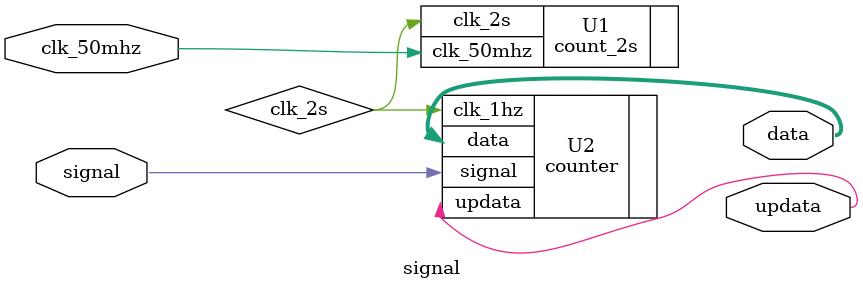
<source format=v>
module signal(clk_50mhz,signal,data,updata);

input clk_50mhz;
input signal;
output updata;
output [31:0] data;

wire clk_2s;

reg [31:0] temp;

count_2s U1(
.clk_50mhz(clk_50mhz),
.clk_2s(clk_2s)
);

counter U2( 
.clk_1hz(clk_2s),
.signal(signal),
.data(data),
.updata(updata)
);
endmodule


</source>
